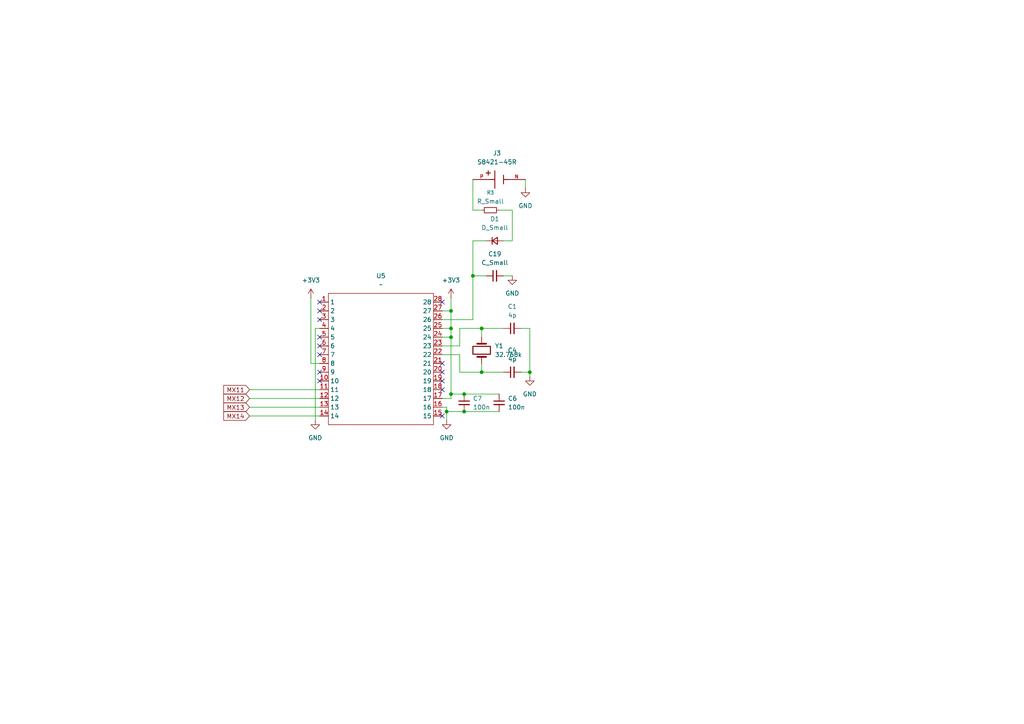
<source format=kicad_sch>
(kicad_sch (version 20250114) (generator "eeschema") (generator_version "9.0")
  (paper "A4")
  (lib_symbols
    (symbol "Device:C_Small" (pin_numbers (hide yes)) (pin_names (offset 0.254) (hide yes))
      (property "Reference" "C" (at 0.254 1.778 0))
      (property "Value" "C_Small" (at 0.254 -2.032 0))
      (symbol "C_Small_0_1"
        (polyline (pts (xy -1.524 0.508) (xy 1.524 0.508)) (stroke (width 0.3048)))
        (polyline (pts (xy -1.524 -0.508) (xy 1.524 -0.508)) (stroke (width 0.3302)))
      )
      (symbol "C_Small_1_1"
        (pin passive line (at 0 2.54 270) (length 2.032) (name "~") (number "1"))
        (pin passive line (at 0 -2.54 90) (length 2.032) (name "~") (number "2"))
      )
    )
    (symbol "Device:Crystal" (pin_numbers (hide yes)) (pin_names (offset 1.016) (hide yes))
      (property "Reference" "Y" (at 0 3.81 0))
      (property "Value" "Crystal" (at 0 -3.81 0))
      (symbol "Crystal_0_1"
        (polyline (pts (xy -2.54 0) (xy -1.905 0)))
        (polyline (pts (xy -1.905 -1.27) (xy -1.905 1.27)) (stroke (width 0.508)))
        (rectangle (start -1.143 2.54) (end 1.143 -2.54) (stroke (width 0.3048)))
        (polyline (pts (xy 1.905 -1.27) (xy 1.905 1.27)) (stroke (width 0.508)))
        (polyline (pts (xy 2.54 0) (xy 1.905 0)))
      )
      (symbol "Crystal_1_1"
        (pin passive line (at -3.81 0 0) (length 1.27) (name "1") (number "1"))
        (pin passive line (at 3.81 0 180) (length 1.27) (name "2") (number "2"))
      )
    )
    (symbol "Device:D_Small" (pin_numbers (hide yes)) (pin_names (offset 0.254) (hide yes))
      (property "Reference" "D" (at -1.27 2.032 0))
      (property "Value" "D_Small" (at -3.81 -2.032 0))
      (symbol "D_Small_0_1"
        (polyline (pts (xy -0.762 0) (xy 0.762 0)))
        (polyline (pts (xy -0.762 -1.016) (xy -0.762 1.016)) (stroke (width 0.254)))
        (polyline (pts (xy 0.762 -1.016) (xy -0.762 0) (xy 0.762 1.016) (xy 0.762 -1.016)) (stroke (width 0.254)))
      )
      (symbol "D_Small_1_1"
        (pin passive line (at -2.54 0 0) (length 1.778) (name "K") (number "1"))
        (pin passive line (at 2.54 0 180) (length 1.778) (name "A") (number "2"))
      )
    )
    (symbol "Device:R_Small" (pin_numbers (hide yes)) (pin_names (offset 0.254) (hide yes))
      (property "Reference" "R" (at 0 0 90))
      (property "Value" "R_Small" (at 1.778 0 90))
      (symbol "R_Small_0_1"
        (rectangle (start -0.762 1.778) (end 0.762 -1.778) (stroke (width 0.2032)))
      )
      (symbol "R_Small_1_1"
        (pin passive line (at 0 2.54 270) (length 0.762) (name "~") (number "1"))
        (pin passive line (at 0 -2.54 90) (length 0.762) (name "~") (number "2"))
      )
    )
    (symbol "RoseDaggerDev:MX_IC"
      (property "Reference" "U" (at 0 0 0))
      (symbol "MX_IC_0_1"
        (rectangle (start -15.24 40.64) (end 15.24 2.54))
      )
      (symbol "MX_IC_1_0"
        (pin input line (at -17.78 27.94 0) (length 2.54) (name "5") (number "5"))
        (pin input line (at -17.78 25.4 0) (length 2.54) (name "6") (number "6"))
        (pin input line (at -17.78 22.86 0) (length 2.54) (name "7") (number "7"))
        (pin input line (at -17.78 20.32 0) (length 2.54) (name "8") (number "8"))
        (pin input line (at -17.78 17.78 0) (length 2.54) (name "9") (number "9"))
        (pin input line (at -17.78 15.24 0) (length 2.54) (name "10") (number "10"))
        (pin input line (at -17.78 12.7 0) (length 2.54) (name "11") (number "11"))
        (pin input line (at -17.78 10.16 0) (length 2.54) (name "12") (number "12"))
        (pin input line (at -17.78 7.62 0) (length 2.54) (name "13") (number "13"))
        (pin input line (at -17.78 5.08 0) (length 2.54) (name "14") (number "14"))
        (pin input line (at 17.78 38.1 180) (length 2.54) (name "28") (number "28"))
        (pin input line (at 17.78 35.56 180) (length 2.54) (name "27") (number "27"))
        (pin input line (at 17.78 33.02 180) (length 2.54) (name "26") (number "26"))
        (pin input line (at 17.78 30.48 180) (length 2.54) (name "25") (number "25"))
        (pin input line (at 17.78 27.94 180) (length 2.54) (name "24") (number "24"))
        (pin input line (at 17.78 25.4 180) (length 2.54) (name "23") (number "23"))
        (pin input line (at 17.78 22.86 180) (length 2.54) (name "22") (number "22"))
        (pin input line (at 17.78 20.32 180) (length 2.54) (name "21") (number "21"))
        (pin input line (at 17.78 17.78 180) (length 2.54) (name "20") (number "20"))
        (pin input line (at 17.78 15.24 180) (length 2.54) (name "19") (number "19"))
        (pin input line (at 17.78 12.7 180) (length 2.54) (name "18") (number "18"))
        (pin input line (at 17.78 10.16 180) (length 2.54) (name "17") (number "17"))
        (pin input line (at 17.78 7.62 180) (length 2.54) (name "16") (number "16"))
        (pin input line (at 17.78 5.08 180) (length 2.54) (name "15") (number "15"))
      )
      (symbol "MX_IC_1_1"
        (pin input line (at -17.78 38.1 0) (length 2.54) (name "1") (number "1"))
        (pin input line (at -17.78 35.56 0) (length 2.54) (name "2") (number "2"))
        (pin input line (at -17.78 33.02 0) (length 2.54) (name "3") (number "3"))
        (pin input line (at -17.78 30.48 0) (length 2.54) (name "4") (number "4"))
      )
    )
    (symbol "S8421-45R:S8421-45R" (pin_names (offset 1.016))
      (property "Reference" "J" (at -3.81 3.81 0))
      (property "Value" "S8421-45R" (at -3.81 -5.08 0))
      (symbol "S8421-45R_0_0"
        (polyline (pts (xy -3.81 1.905) (xy -2.54 1.905)) (stroke (width 0.254)))
        (polyline (pts (xy -3.175 2.54) (xy -3.175 1.27)) (stroke (width 0.254)))
        (polyline (pts (xy -1.27 2.54) (xy -1.27 -2.54)) (stroke (width 0.254)))
        (polyline (pts (xy -1.27 0) (xy -2.54 0)) (stroke (width 0.254)))
        (polyline (pts (xy 1.27 1.27) (xy 1.27 -1.27)) (stroke (width 0.254)))
        (polyline (pts (xy 1.27 0) (xy 2.54 0)) (stroke (width 0.254)))
        (pin passive line (at -7.62 0 0) (length 5.08) (name "~") (number "P"))
        (pin passive line (at 7.62 0 180) (length 5.08) (name "~") (number "N"))
      )
    )
    (symbol "power:+3V3" (power) (pin_numbers (hide yes)) (pin_names (offset 0) (hide yes))
      (property "Value" "+3V3" (at 0 3.556 0))
      (symbol "+3V3_0_1"
        (polyline (pts (xy -0.762 1.27) (xy 0 2.54)))
        (polyline (pts (xy 0 2.54) (xy 0.762 1.27)))
        (polyline (pts (xy 0 0) (xy 0 2.54)))
      )
      (symbol "+3V3_1_1"
        (pin power_in line (at 0 0 90) (length 0) (name "~") (number "1"))
      )
    )
    (symbol "power:GND" (power) (pin_numbers (hide yes)) (pin_names (offset 0) (hide yes))
      (property "Value" "GND" (at 0 -3.81 0))
      (symbol "GND_0_1"
        (polyline (pts (xy 0 0) (xy 0 -1.27) (xy 1.27 -1.27) (xy 0 -2.54) (xy -1.27 -1.27) (xy 0 -1.27)))
      )
      (symbol "GND_1_1"
        (pin power_in line (at 0 0 270) (length 0) (name "~") (number "1"))
      )
    )
  )
  (junction (at 153.67 107.95))
  (junction (at 139.7 107.95))
  (junction (at 137.16 80.01))
  (junction (at 130.81 90.17))
  (junction (at 130.81 95.25))
  (junction (at 134.62 119.38))
  (junction (at 129.54 119.38))
  (junction (at 130.81 114.3))
  (junction (at 134.62 114.3))
  (junction (at 130.81 97.79))
  (junction (at 139.7 95.25))
  (no_connect (at 92.71 97.79))
  (no_connect (at 128.27 120.65))
  (no_connect (at 128.27 110.49))
  (no_connect (at 128.27 113.03))
  (no_connect (at 92.71 107.95))
  (no_connect (at 128.27 105.41))
  (no_connect (at 92.71 87.63))
  (no_connect (at 92.71 92.71))
  (no_connect (at 92.71 110.49))
  (no_connect (at 128.27 87.63))
  (no_connect (at 92.71 102.87))
  (no_connect (at 92.71 100.33))
  (no_connect (at 128.27 107.95))
  (no_connect (at 92.71 90.17))
  (wire (pts (xy 133.35 100.33) (xy 133.35 95.25)))
  (wire (pts (xy 130.81 114.3) (xy 134.62 114.3)))
  (wire (pts (xy 130.81 90.17) (xy 128.27 90.17)))
  (wire (pts (xy 72.39 118.11) (xy 92.71 118.11)))
  (wire (pts (xy 91.44 121.92) (xy 91.44 95.25)))
  (wire (pts (xy 139.7 107.95) (xy 146.05 107.95)))
  (wire (pts (xy 130.81 97.79) (xy 130.81 95.25)))
  (wire (pts (xy 151.13 95.25) (xy 153.67 95.25)))
  (wire (pts (xy 130.81 95.25) (xy 130.81 90.17)))
  (wire (pts (xy 151.13 107.95) (xy 153.67 107.95)))
  (wire (pts (xy 90.17 86.36) (xy 90.17 105.41)))
  (wire (pts (xy 139.7 105.41) (xy 139.7 107.95)))
  (wire (pts (xy 130.81 115.57) (xy 130.81 114.3)))
  (wire (pts (xy 137.16 60.96) (xy 139.7 60.96)))
  (wire (pts (xy 72.39 120.65) (xy 92.71 120.65)))
  (wire (pts (xy 72.39 115.57) (xy 92.71 115.57)))
  (wire (pts (xy 134.62 119.38) (xy 144.78 119.38)))
  (wire (pts (xy 133.35 102.87) (xy 133.35 107.95)))
  (wire (pts (xy 130.81 86.36) (xy 130.81 90.17)))
  (wire (pts (xy 148.59 60.96) (xy 144.78 60.96)))
  (wire (pts (xy 146.05 80.01) (xy 148.59 80.01)))
  (wire (pts (xy 148.59 69.85) (xy 148.59 60.96)))
  (wire (pts (xy 128.27 102.87) (xy 133.35 102.87)))
  (wire (pts (xy 140.97 69.85) (xy 137.16 69.85)))
  (wire (pts (xy 146.05 69.85) (xy 148.59 69.85)))
  (wire (pts (xy 137.16 80.01) (xy 140.97 80.01)))
  (wire (pts (xy 72.39 113.03) (xy 92.71 113.03)))
  (wire (pts (xy 152.4 54.61) (xy 152.4 52.07)))
  (wire (pts (xy 133.35 95.25) (xy 139.7 95.25)))
  (wire (pts (xy 128.27 97.79) (xy 130.81 97.79)))
  (wire (pts (xy 129.54 119.38) (xy 129.54 121.92)))
  (wire (pts (xy 128.27 100.33) (xy 133.35 100.33)))
  (wire (pts (xy 137.16 92.71) (xy 137.16 80.01)))
  (wire (pts (xy 133.35 107.95) (xy 139.7 107.95)))
  (wire (pts (xy 134.62 114.3) (xy 144.78 114.3)))
  (wire (pts (xy 130.81 114.3) (xy 130.81 97.79)))
  (wire (pts (xy 128.27 92.71) (xy 137.16 92.71)))
  (wire (pts (xy 153.67 95.25) (xy 153.67 107.95)))
  (wire (pts (xy 91.44 95.25) (xy 92.71 95.25)))
  (wire (pts (xy 128.27 95.25) (xy 130.81 95.25)))
  (wire (pts (xy 128.27 118.11) (xy 129.54 118.11)))
  (wire (pts (xy 129.54 118.11) (xy 129.54 119.38)))
  (wire (pts (xy 139.7 95.25) (xy 139.7 97.79)))
  (wire (pts (xy 129.54 119.38) (xy 134.62 119.38)))
  (wire (pts (xy 137.16 52.07) (xy 137.16 60.96)))
  (wire (pts (xy 139.7 95.25) (xy 146.05 95.25)))
  (wire (pts (xy 90.17 105.41) (xy 92.71 105.41)))
  (wire (pts (xy 128.27 115.57) (xy 130.81 115.57)))
  (wire (pts (xy 153.67 107.95) (xy 153.67 109.22)))
  (wire (pts (xy 137.16 69.85) (xy 137.16 80.01)))
  (global_label "MX13" (shape input) (at 72.39 118.11 180) (property "Intersheetrefs" "${INTERSHEET_REFS}" (effects (hide yes))))
  (global_label "MX11" (shape input) (at 72.39 113.03 180) (property "Intersheetrefs" "${INTERSHEET_REFS}" (effects (hide yes))))
  (global_label "MX14" (shape input) (at 72.39 120.65 180) (property "Intersheetrefs" "${INTERSHEET_REFS}" (effects (hide yes))))
  (global_label "MX12" (shape input) (at 72.39 115.57 180) (property "Intersheetrefs" "${INTERSHEET_REFS}" (effects (hide yes))))
  (symbol (lib_id "power:GND") (at 152.4 54.61 0) (unit 1)
    (property "Reference" "#PWR019" (effects (hide yes)))
    (property "Value" "GND" (at 152.4 59.69 0))
    (property "Description" "Power symbol creates a global label with name \"GND\" , ground" (effects (hide yes)))
  )
  (symbol (lib_id "power:+3V3") (at 90.17 86.36 0) (unit 1)
    (property "Reference" "#PWR016" (effects (hide yes)))
    (property "Value" "+3V3" (at 90.17 81.28 0))
    (property "Description" "Power symbol creates a global label with name \"+3V3\"" (effects (hide yes)))
  )
  (symbol (lib_id "power:+3V3") (at 130.81 86.36 0) (unit 1)
    (property "Reference" "#PWR010" (effects (hide yes)))
    (property "Value" "+3V3" (at 130.81 81.28 0))
    (property "Description" "Power symbol creates a global label with name \"+3V3\"" (effects (hide yes)))
  )
  (symbol (lib_id "Device:Crystal") (at 139.7 101.6 90) (unit 1)
    (property "Reference" "Y1" (at 143.51 100.3299 90) (effects (justify right)))
    (property "Value" "32.768k" (at 143.51 102.8699 90) (effects (justify right)))
    (property "Footprint" "Crystal:Crystal_SMD_2012-2Pin_2.0x1.2mm" (effects (hide yes)))
    (property "Description" "Two pin crystal" (effects (hide yes)))
  )
  (symbol (lib_id "Device:C_Small") (at 134.62 116.84 0) (unit 1)
    (property "Reference" "C7" (at 137.16 115.5762 0) (effects (justify left)))
    (property "Value" "100n" (at 137.16 118.1162 0) (effects (justify left)))
    (property "Footprint" "Capacitor_SMD:C_0402_1005Metric" (effects (hide yes)))
    (property "Description" "Unpolarized capacitor, small symbol" (effects (hide yes)))
  )
  (symbol (lib_id "Device:R_Small") (at 142.24 60.96 90) (unit 1)
    (property "Reference" "R3" (at 142.24 55.88 90) (effects (font (size 1.016 1.016))))
    (property "Value" "R_Small" (at 142.24 58.42 90))
    (property "Footprint" "Resistor_SMD:R_0402_1005Metric" (effects (hide yes)))
    (property "Description" "Resistor, small symbol" (effects (hide yes)))
  )
  (symbol (lib_id "Device:C_Small") (at 143.51 80.01 90) (unit 1)
    (property "Reference" "C19" (at 143.5163 73.66 90))
    (property "Value" "C_Small" (at 143.5163 76.2 90))
    (property "Footprint" "Capacitor_SMD:C_0402_1005Metric" (effects (hide yes)))
    (property "Description" "Unpolarized capacitor, small symbol" (effects (hide yes)))
  )
  (symbol (lib_id "power:GND") (at 153.67 109.22 0) (unit 1)
    (property "Reference" "#PWR017" (effects (hide yes)))
    (property "Value" "GND" (at 153.67 114.3 0))
    (property "Description" "Power symbol creates a global label with name \"GND\" , ground" (effects (hide yes)))
  )
  (symbol (lib_id "power:GND") (at 129.54 121.92 0) (unit 1)
    (property "Reference" "#PWR07" (effects (hide yes)))
    (property "Value" "GND" (at 129.54 127 0))
    (property "Description" "Power symbol creates a global label with name \"GND\" , ground" (effects (hide yes)))
  )
  (symbol (lib_id "Device:C_Small") (at 148.59 95.25 90) (unit 1)
    (property "Reference" "C1" (at 148.5963 88.9 90))
    (property "Value" "4p" (at 148.5963 91.44 90))
    (property "Footprint" "Capacitor_SMD:C_0402_1005Metric" (effects (hide yes)))
    (property "Description" "Unpolarized capacitor, small symbol" (effects (hide yes)))
  )
  (symbol (lib_id "power:GND") (at 148.59 80.01 0) (unit 1)
    (property "Reference" "#PWR018" (effects (hide yes)))
    (property "Value" "GND" (at 148.59 85.09 0))
    (property "Description" "Power symbol creates a global label with name \"GND\" , ground" (effects (hide yes)))
  )
  (symbol (lib_id "RoseDaggerDev:MX_IC") (at 110.49 125.73 0) (unit 1)
    (property "Reference" "U5" (at 110.49 80.01 0))
    (property "Value" "~" (at 110.49 82.55 0))
    (property "Footprint" "RoseDaggerDev:MX_CHIP" (effects (hide yes)))
  )
  (symbol (lib_id "S8421-45R:S8421-45R") (at 144.78 52.07 0) (unit 1)
    (property "Reference" "J3" (at 144.145 44.45 0))
    (property "Value" "S8421-45R" (at 144.145 46.99 0))
    (property "Footprint" "RoseDaggerDev:HARWIN_S8421-45R" (effects (hide yes)))
    (property "PARTREV" "7" (effects (hide yes)))
    (property "STANDARD" "Manufacturer Recommendations" (effects (hide yes)))
    (property "MAXIMUM_PACKAGE_HEIGHT" "5.30mm" (effects (hide yes)))
    (property "MANUFACTURER" "Harwin" (effects (hide yes)))
  )
  (symbol (lib_id "Device:C_Small") (at 148.59 107.95 90) (unit 1)
    (property "Reference" "C4" (at 148.5963 101.6 90))
    (property "Value" "4p" (at 148.5963 104.14 90))
    (property "Footprint" "Capacitor_SMD:C_0402_1005Metric" (effects (hide yes)))
    (property "Description" "Unpolarized capacitor, small symbol" (effects (hide yes)))
  )
  (symbol (lib_id "Device:D_Small") (at 143.51 69.85 0) (unit 1)
    (property "Reference" "D1" (at 143.51 63.5 0))
    (property "Value" "D_Small" (at 143.51 66.04 0))
    (property "Footprint" "Diode_SMD:D_0603_1608Metric" (effects (hide yes)))
    (property "Description" "Diode, small symbol" (effects (hide yes)))
    (property "Sim.Device" "D" (effects (hide yes)))
    (property "Sim.Pins" "1=K 2=A" (effects (hide yes)))
  )
  (symbol (lib_id "power:GND") (at 91.44 121.92 0) (unit 1)
    (property "Reference" "#PWR02" (effects (hide yes)))
    (property "Value" "GND" (at 91.44 127 0))
    (property "Description" "Power symbol creates a global label with name \"GND\" , ground" (effects (hide yes)))
  )
  (symbol (lib_id "Device:C_Small") (at 144.78 116.84 0) (unit 1)
    (property "Reference" "C6" (at 147.32 115.5762 0) (effects (justify left)))
    (property "Value" "100n" (at 147.32 118.1162 0) (effects (justify left)))
    (property "Footprint" "Capacitor_SMD:C_0402_1005Metric" (effects (hide yes)))
    (property "Description" "Unpolarized capacitor, small symbol" (effects (hide yes)))
  )
)
</source>
